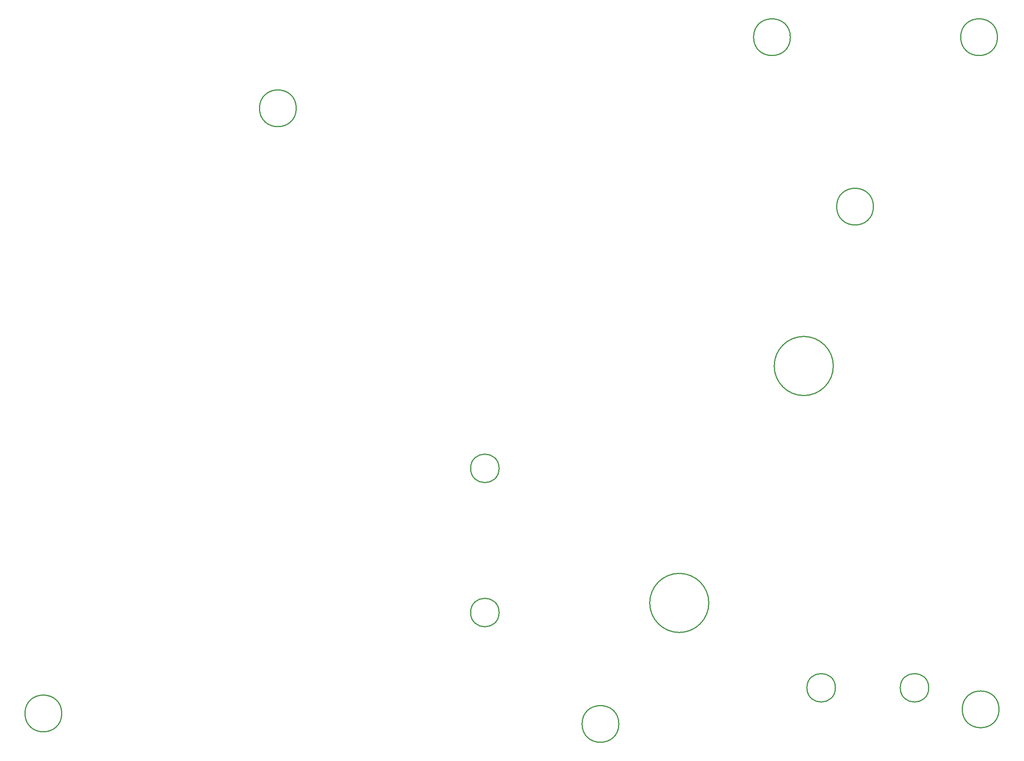
<source format=gko>
G04*
G04 #@! TF.GenerationSoftware,Altium Limited,Altium Designer,20.2.4 (192)*
G04*
G04 Layer_Color=16711935*
%FSLAX24Y24*%
%MOIN*%
G70*
G04*
G04 #@! TF.SameCoordinates,88804F16-18CD-4051-863E-DBC97BB31399*
G04*
G04*
G04 #@! TF.FilePolarity,Positive*
G04*
G01*
G75*
%ADD13C,0.0100*%
D13*
X70629Y32799D02*
G03*
X70629Y32799I-2533J0D01*
G01*
X59959Y12479D02*
G03*
X59959Y12479I-2533J0D01*
G01*
X70808Y5200D02*
G03*
X70808Y5200I-1221J0D01*
G01*
X78808D02*
G03*
X78808Y5200I-1221J0D01*
G01*
X74066Y46467D02*
G03*
X74066Y46467I-1575J0D01*
G01*
X84696Y61000D02*
G03*
X84696Y61000I-1575J0D01*
G01*
X66946D02*
G03*
X66946Y61000I-1575J0D01*
G01*
X52246Y2100D02*
G03*
X52246Y2100I-1575J0D01*
G01*
X84831Y3351D02*
G03*
X84831Y3351I-1575J0D01*
G01*
X24596Y54900D02*
G03*
X24596Y54900I-1575J0D01*
G01*
X4496Y3000D02*
G03*
X4496Y3000I-1575J0D01*
G01*
X41983Y24019D02*
G03*
X41983Y24019I-1221J0D01*
G01*
Y11656D02*
G03*
X41983Y11656I-1221J0D01*
G01*
M02*

</source>
